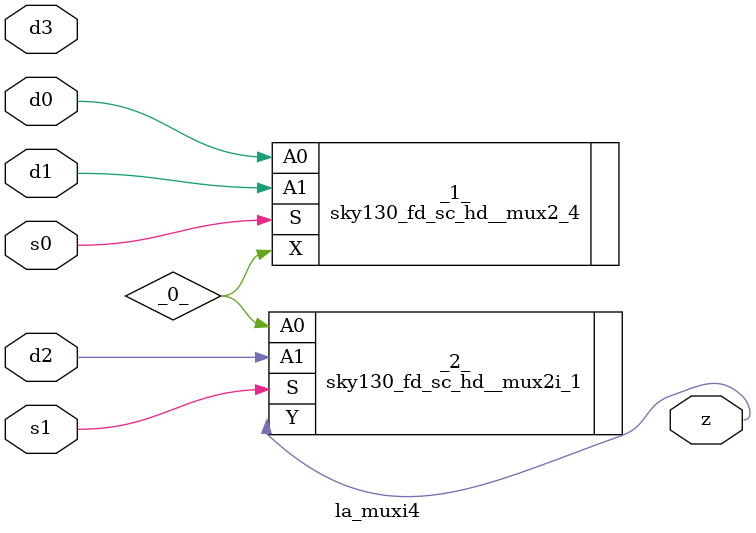
<source format=v>

/* Generated by Yosys 0.37 (git sha1 a5c7f69ed, clang 14.0.0-1ubuntu1.1 -fPIC -Os) */

module la_muxi4(d0, d1, d2, d3, s0, s1, z);
  wire _0_;
  input d0;
  wire d0;
  input d1;
  wire d1;
  input d2;
  wire d2;
  input d3;
  wire d3;
  input s0;
  wire s0;
  input s1;
  wire s1;
  output z;
  wire z;
  sky130_fd_sc_hd__mux2_4 _1_ (
    .A0(d0),
    .A1(d1),
    .S(s0),
    .X(_0_)
  );
  sky130_fd_sc_hd__mux2i_1 _2_ (
    .A0(_0_),
    .A1(d2),
    .S(s1),
    .Y(z)
  );
endmodule

</source>
